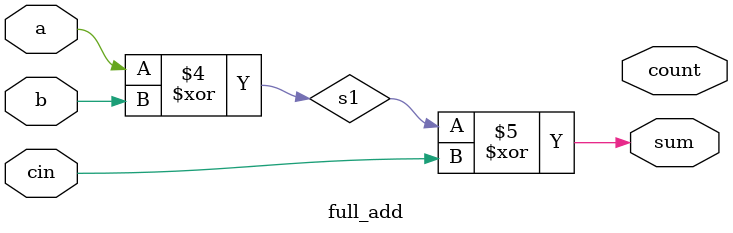
<source format=v>
/****************************************Copyright (c)**************************************************
**                                      Dongdong   Studio 
**                                     
**---------------------------------------File Info-----------------------------------------------------
** File name:			key_debounce
** Last modified Date:	2009-10-18
** Last Version:		1.0
** Descriptions:		key to debounce
**------------------------------------------------------------------------------------------------------
** Created by:		    dongdong
** Created date:		2009-10-18
** Version:				1.0
** Descriptions:		The original version
**
**------------------------------------------------------------------------------------------------------
** Modified by:			
** Modified date:		
** Version:				
** Descriptions:		
**
**------------------------------------------------------------------------------------------------------
********************************************************************************************************/
module full_add( 
					//input 
					a,
					b,
					cin,
				    //output 
					sum,
					count
                    );

//input ports

input                    a;     
input                    b;    
input                    cin;

//output ports
output                   sum;
output                   count;
//reg define 

//wire define 
wire                     sum;
wire                     count;
wire                     s1;
wire                     t1;
wire                     t2;
wire                     t3;
//parameter define 


/*******************************************************************************************************
**                              Main Program    
**  
********************************************************************************************************/

and (t1,a,cin),
    (t2,b,cin),
    (t3,a,b);

xor (s1,a,b),
    (sum,s1,cin),
    (t3,a,b);

or (cout,t1,t2,t3);

endmodule
//end of RTL code                       
</source>
